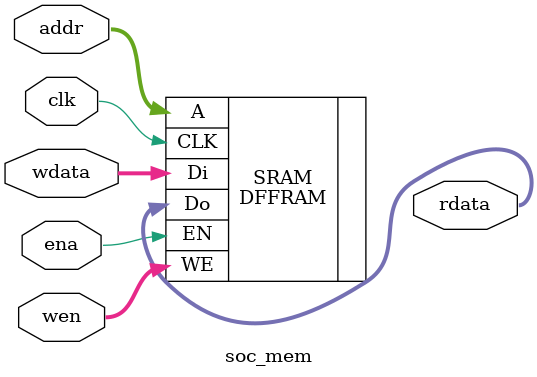
<source format=v>

`default_nettype none
module memtest (
`ifdef USE_POWER_PINS
    input VPWR,
    input VGND,
`endif
    input wb_clk_i,
    input wb_rst_i,

    input [31:0] wb_adr_i,
    input [31:0] wb_dat_i,
    input [3:0] wb_sel_i,
    input wb_we_i,
    input wb_cyc_i,
    input wb_stb_i,

    output wb_ack_o,
    output [31:0] wb_dat_o
    
);

    parameter integer WORDS = 8;
    parameter integer COLS = 1;
    parameter ADR_WIDTH = 8;

    wire valid;
    wire ram_wen;
    wire [3:0] wen; // write enable

    assign valid = wb_cyc_i & wb_stb_i;
    assign ram_wen = wb_we_i && valid;

    assign wen = wb_sel_i & {4{ram_wen}} ;

    /*
        Ack Generation
            - write transaction: asserted upon receiving adr_i & dat_i 
            - read transaction : asserted one clock cycle after receiving the adr_i & dat_i
    */ 

    reg wb_ack_read;
    reg wb_ack_o;

    always @(posedge wb_clk_i) begin
        if (wb_rst_i == 1'b 1) begin
            wb_ack_read <= 1'b0;
            wb_ack_o <= 1'b0;
        end else begin
            // wb_ack_read <= {2{valid}} & {1'b1, wb_ack_read[1]};
            wb_ack_o    <= wb_we_i? (valid & !wb_ack_o): wb_ack_read;
            wb_ack_read <= (valid & !wb_ack_o) & !wb_ack_read;
        end
    end

    soc_mem
`ifndef USE_OPENRAM
    #(
        .WORDS(WORDS),
        .COLS(COLS),
        .ADR_WIDTH(ADR_WIDTH)
    )
`endif
     mem (
    `ifdef USE_POWER_PINS
        .VPWR(VPWR),
        .VGND(VGND),
    `endif
        .clk(wb_clk_i),
        .ena(valid),
        .wen(wen),
        .addr(wb_adr_i[ADR_WIDTH+1:2]),
        .wdata(wb_dat_i),
        .rdata(wb_dat_o)
    );

endmodule

module soc_mem 
`ifndef USE_OPENRAM
#(
    parameter integer WORDS = 32,
    parameter integer COLS = 4,
    parameter ADR_WIDTH = 8
)
`endif
 ( 
`ifdef USE_POWER_PINS
    input VPWR,
    input VGND,
`endif
    input clk,
    input ena,
    input [3:0] wen,
    input [ADR_WIDTH-1:0] addr,
    input [31:0] wdata,
    output[31:0] rdata
);

    DFFRAM #(.COLS(COLS)) SRAM (
    `ifdef USE_POWER_PINS
        .VPWR(VPWR),
        .VGND(VGND),
    `endif
        .CLK(clk),
        .WE(wen),
        .EN(ena),
        .Di(wdata),
        .Do(rdata),
        // 8-bit address if using the default custom DFF RAM
        .A(addr)
    );
    

endmodule
`default_nettype wire

</source>
